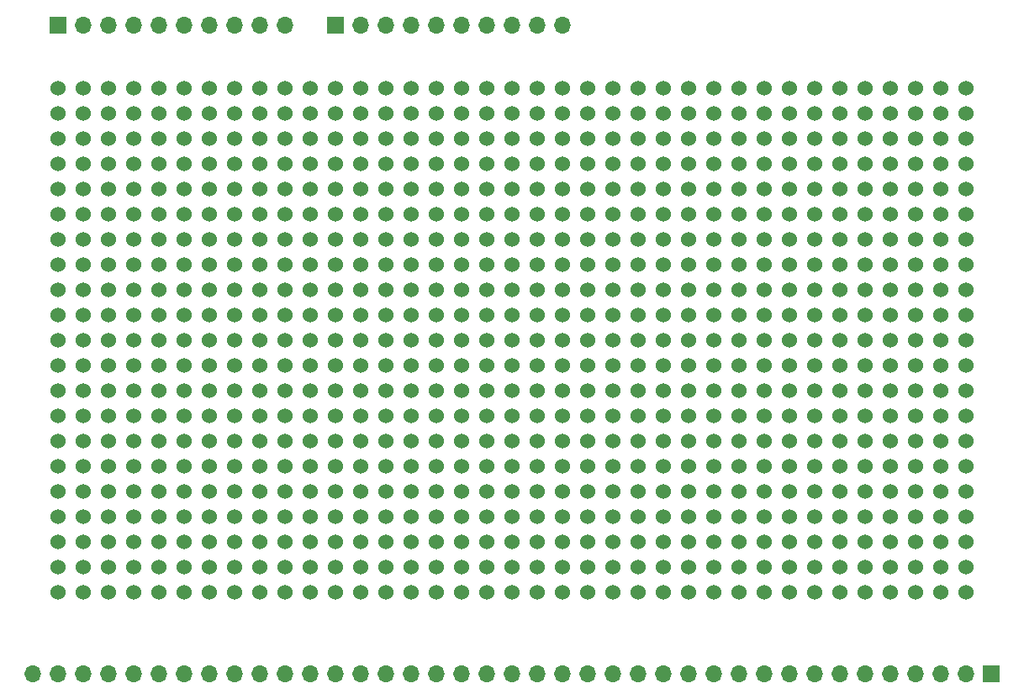
<source format=gtl>
G04 #@! TF.FileFunction,Copper,L1,Top,Signal*
%FSLAX46Y46*%
G04 Gerber Fmt 4.6, Leading zero omitted, Abs format (unit mm)*
G04 Created by KiCad (PCBNEW 4.0.7) date 12/31/19 01:04:41*
%MOMM*%
%LPD*%
G01*
G04 APERTURE LIST*
%ADD10C,0.100000*%
%ADD11R,1.700000X1.700000*%
%ADD12O,1.700000X1.700000*%
%ADD13C,1.524000*%
G04 APERTURE END LIST*
D10*
D11*
X104140000Y-80010000D03*
D12*
X106680000Y-80010000D03*
X109220000Y-80010000D03*
X111760000Y-80010000D03*
X114300000Y-80010000D03*
X116840000Y-80010000D03*
X119380000Y-80010000D03*
X121920000Y-80010000D03*
X124460000Y-80010000D03*
X127000000Y-80010000D03*
D11*
X132080000Y-80010000D03*
D12*
X134620000Y-80010000D03*
X137160000Y-80010000D03*
X139700000Y-80010000D03*
X142240000Y-80010000D03*
X144780000Y-80010000D03*
X147320000Y-80010000D03*
X149860000Y-80010000D03*
X152400000Y-80010000D03*
X154940000Y-80010000D03*
D11*
X198120000Y-145415000D03*
D12*
X195580000Y-145415000D03*
X193040000Y-145415000D03*
X190500000Y-145415000D03*
X187960000Y-145415000D03*
X185420000Y-145415000D03*
X182880000Y-145415000D03*
X180340000Y-145415000D03*
X177800000Y-145415000D03*
X175260000Y-145415000D03*
X172720000Y-145415000D03*
X170180000Y-145415000D03*
X167640000Y-145415000D03*
X165100000Y-145415000D03*
X162560000Y-145415000D03*
X160020000Y-145415000D03*
X157480000Y-145415000D03*
X154940000Y-145415000D03*
X152400000Y-145415000D03*
X149860000Y-145415000D03*
X147320000Y-145415000D03*
X144780000Y-145415000D03*
X142240000Y-145415000D03*
X139700000Y-145415000D03*
X137160000Y-145415000D03*
X134620000Y-145415000D03*
X132080000Y-145415000D03*
X129540000Y-145415000D03*
X127000000Y-145415000D03*
X124460000Y-145415000D03*
X121920000Y-145415000D03*
X119380000Y-145415000D03*
X116840000Y-145415000D03*
X114300000Y-145415000D03*
X111760000Y-145415000D03*
X109220000Y-145415000D03*
X106680000Y-145415000D03*
X104140000Y-145415000D03*
X101600000Y-145415000D03*
D13*
X106680000Y-137160000D03*
X106680000Y-134620000D03*
X106680000Y-132080000D03*
X106680000Y-129540000D03*
X106680000Y-127000000D03*
X106680000Y-124460000D03*
X106680000Y-121920000D03*
X106680000Y-119380000D03*
X106680000Y-116840000D03*
X106680000Y-114300000D03*
X106680000Y-111760000D03*
X106680000Y-109220000D03*
X106680000Y-106680000D03*
X106680000Y-104140000D03*
X106680000Y-101600000D03*
X106680000Y-99060000D03*
X106680000Y-96520000D03*
X106680000Y-93980000D03*
X106680000Y-91440000D03*
X106680000Y-88900000D03*
X106680000Y-86360000D03*
X104140000Y-137160000D03*
X104140000Y-134620000D03*
X104140000Y-132080000D03*
X104140000Y-129540000D03*
X104140000Y-127000000D03*
X104140000Y-124460000D03*
X104140000Y-121920000D03*
X104140000Y-119380000D03*
X104140000Y-116840000D03*
X104140000Y-114300000D03*
X104140000Y-111760000D03*
X104140000Y-109220000D03*
X104140000Y-106680000D03*
X104140000Y-104140000D03*
X104140000Y-101600000D03*
X104140000Y-99060000D03*
X104140000Y-96520000D03*
X104140000Y-93980000D03*
X104140000Y-91440000D03*
X104140000Y-88900000D03*
X104140000Y-86360000D03*
X109220000Y-137160000D03*
X109220000Y-134620000D03*
X109220000Y-132080000D03*
X109220000Y-129540000D03*
X109220000Y-127000000D03*
X109220000Y-124460000D03*
X109220000Y-121920000D03*
X109220000Y-119380000D03*
X109220000Y-116840000D03*
X109220000Y-114300000D03*
X109220000Y-111760000D03*
X109220000Y-109220000D03*
X109220000Y-106680000D03*
X109220000Y-104140000D03*
X109220000Y-101600000D03*
X109220000Y-99060000D03*
X109220000Y-96520000D03*
X109220000Y-93980000D03*
X109220000Y-91440000D03*
X109220000Y-88900000D03*
X109220000Y-86360000D03*
X111760000Y-137160000D03*
X111760000Y-134620000D03*
X111760000Y-132080000D03*
X111760000Y-129540000D03*
X111760000Y-127000000D03*
X111760000Y-124460000D03*
X111760000Y-121920000D03*
X111760000Y-119380000D03*
X111760000Y-116840000D03*
X111760000Y-114300000D03*
X111760000Y-111760000D03*
X111760000Y-109220000D03*
X111760000Y-106680000D03*
X111760000Y-104140000D03*
X111760000Y-101600000D03*
X111760000Y-99060000D03*
X111760000Y-96520000D03*
X111760000Y-93980000D03*
X111760000Y-91440000D03*
X111760000Y-88900000D03*
X111760000Y-86360000D03*
X114300000Y-137160000D03*
X114300000Y-134620000D03*
X114300000Y-132080000D03*
X114300000Y-129540000D03*
X114300000Y-127000000D03*
X114300000Y-124460000D03*
X114300000Y-121920000D03*
X114300000Y-119380000D03*
X114300000Y-116840000D03*
X114300000Y-114300000D03*
X114300000Y-111760000D03*
X114300000Y-109220000D03*
X114300000Y-106680000D03*
X114300000Y-104140000D03*
X114300000Y-101600000D03*
X114300000Y-99060000D03*
X114300000Y-96520000D03*
X114300000Y-93980000D03*
X114300000Y-91440000D03*
X114300000Y-88900000D03*
X114300000Y-86360000D03*
X116840000Y-137160000D03*
X116840000Y-134620000D03*
X116840000Y-132080000D03*
X116840000Y-129540000D03*
X116840000Y-127000000D03*
X116840000Y-124460000D03*
X116840000Y-121920000D03*
X116840000Y-119380000D03*
X116840000Y-116840000D03*
X116840000Y-114300000D03*
X116840000Y-111760000D03*
X116840000Y-109220000D03*
X116840000Y-106680000D03*
X116840000Y-104140000D03*
X116840000Y-101600000D03*
X116840000Y-99060000D03*
X116840000Y-96520000D03*
X116840000Y-93980000D03*
X116840000Y-91440000D03*
X116840000Y-88900000D03*
X116840000Y-86360000D03*
X119380000Y-137160000D03*
X119380000Y-134620000D03*
X119380000Y-132080000D03*
X119380000Y-129540000D03*
X119380000Y-127000000D03*
X119380000Y-124460000D03*
X119380000Y-121920000D03*
X119380000Y-119380000D03*
X119380000Y-116840000D03*
X119380000Y-114300000D03*
X119380000Y-111760000D03*
X119380000Y-109220000D03*
X119380000Y-106680000D03*
X119380000Y-104140000D03*
X119380000Y-101600000D03*
X119380000Y-99060000D03*
X119380000Y-96520000D03*
X119380000Y-93980000D03*
X119380000Y-91440000D03*
X119380000Y-88900000D03*
X119380000Y-86360000D03*
X121920000Y-137160000D03*
X121920000Y-134620000D03*
X121920000Y-132080000D03*
X121920000Y-129540000D03*
X121920000Y-127000000D03*
X121920000Y-124460000D03*
X121920000Y-121920000D03*
X121920000Y-119380000D03*
X121920000Y-116840000D03*
X121920000Y-114300000D03*
X121920000Y-111760000D03*
X121920000Y-109220000D03*
X121920000Y-106680000D03*
X121920000Y-104140000D03*
X121920000Y-101600000D03*
X121920000Y-99060000D03*
X121920000Y-96520000D03*
X121920000Y-93980000D03*
X121920000Y-91440000D03*
X121920000Y-88900000D03*
X121920000Y-86360000D03*
X124460000Y-137160000D03*
X124460000Y-134620000D03*
X124460000Y-132080000D03*
X124460000Y-129540000D03*
X124460000Y-127000000D03*
X124460000Y-124460000D03*
X124460000Y-121920000D03*
X124460000Y-119380000D03*
X124460000Y-116840000D03*
X124460000Y-114300000D03*
X124460000Y-111760000D03*
X124460000Y-109220000D03*
X124460000Y-106680000D03*
X124460000Y-104140000D03*
X124460000Y-101600000D03*
X124460000Y-99060000D03*
X124460000Y-96520000D03*
X124460000Y-93980000D03*
X124460000Y-91440000D03*
X124460000Y-88900000D03*
X124460000Y-86360000D03*
X127000000Y-137160000D03*
X127000000Y-134620000D03*
X127000000Y-132080000D03*
X127000000Y-129540000D03*
X127000000Y-127000000D03*
X127000000Y-124460000D03*
X127000000Y-121920000D03*
X127000000Y-119380000D03*
X127000000Y-116840000D03*
X127000000Y-114300000D03*
X127000000Y-111760000D03*
X127000000Y-109220000D03*
X127000000Y-106680000D03*
X127000000Y-104140000D03*
X127000000Y-101600000D03*
X127000000Y-99060000D03*
X127000000Y-96520000D03*
X127000000Y-93980000D03*
X127000000Y-91440000D03*
X127000000Y-88900000D03*
X127000000Y-86360000D03*
X129540000Y-137160000D03*
X129540000Y-134620000D03*
X129540000Y-132080000D03*
X129540000Y-129540000D03*
X129540000Y-127000000D03*
X129540000Y-124460000D03*
X129540000Y-121920000D03*
X129540000Y-119380000D03*
X129540000Y-116840000D03*
X129540000Y-114300000D03*
X129540000Y-111760000D03*
X129540000Y-109220000D03*
X129540000Y-106680000D03*
X129540000Y-104140000D03*
X129540000Y-101600000D03*
X129540000Y-99060000D03*
X129540000Y-96520000D03*
X129540000Y-93980000D03*
X129540000Y-91440000D03*
X129540000Y-88900000D03*
X129540000Y-86360000D03*
X132080000Y-137160000D03*
X132080000Y-134620000D03*
X132080000Y-132080000D03*
X132080000Y-129540000D03*
X132080000Y-127000000D03*
X132080000Y-124460000D03*
X132080000Y-121920000D03*
X132080000Y-119380000D03*
X132080000Y-116840000D03*
X132080000Y-114300000D03*
X132080000Y-111760000D03*
X132080000Y-109220000D03*
X132080000Y-106680000D03*
X132080000Y-104140000D03*
X132080000Y-101600000D03*
X132080000Y-99060000D03*
X132080000Y-96520000D03*
X132080000Y-93980000D03*
X132080000Y-91440000D03*
X132080000Y-88900000D03*
X132080000Y-86360000D03*
X134620000Y-137160000D03*
X134620000Y-134620000D03*
X134620000Y-132080000D03*
X134620000Y-129540000D03*
X134620000Y-127000000D03*
X134620000Y-124460000D03*
X134620000Y-121920000D03*
X134620000Y-119380000D03*
X134620000Y-116840000D03*
X134620000Y-114300000D03*
X134620000Y-111760000D03*
X134620000Y-109220000D03*
X134620000Y-106680000D03*
X134620000Y-104140000D03*
X134620000Y-101600000D03*
X134620000Y-99060000D03*
X134620000Y-96520000D03*
X134620000Y-93980000D03*
X134620000Y-91440000D03*
X134620000Y-88900000D03*
X134620000Y-86360000D03*
X137160000Y-137160000D03*
X137160000Y-134620000D03*
X137160000Y-132080000D03*
X137160000Y-129540000D03*
X137160000Y-127000000D03*
X137160000Y-124460000D03*
X137160000Y-121920000D03*
X137160000Y-119380000D03*
X137160000Y-116840000D03*
X137160000Y-114300000D03*
X137160000Y-111760000D03*
X137160000Y-109220000D03*
X137160000Y-106680000D03*
X137160000Y-104140000D03*
X137160000Y-101600000D03*
X137160000Y-99060000D03*
X137160000Y-96520000D03*
X137160000Y-93980000D03*
X137160000Y-91440000D03*
X137160000Y-88900000D03*
X137160000Y-86360000D03*
X139700000Y-137160000D03*
X139700000Y-134620000D03*
X139700000Y-132080000D03*
X139700000Y-129540000D03*
X139700000Y-127000000D03*
X139700000Y-124460000D03*
X139700000Y-121920000D03*
X139700000Y-119380000D03*
X139700000Y-116840000D03*
X139700000Y-114300000D03*
X139700000Y-111760000D03*
X139700000Y-109220000D03*
X139700000Y-106680000D03*
X139700000Y-104140000D03*
X139700000Y-101600000D03*
X139700000Y-99060000D03*
X139700000Y-96520000D03*
X139700000Y-93980000D03*
X139700000Y-91440000D03*
X139700000Y-88900000D03*
X139700000Y-86360000D03*
X142240000Y-137160000D03*
X142240000Y-134620000D03*
X142240000Y-132080000D03*
X142240000Y-129540000D03*
X142240000Y-127000000D03*
X142240000Y-124460000D03*
X142240000Y-121920000D03*
X142240000Y-119380000D03*
X142240000Y-116840000D03*
X142240000Y-114300000D03*
X142240000Y-111760000D03*
X142240000Y-109220000D03*
X142240000Y-106680000D03*
X142240000Y-104140000D03*
X142240000Y-101600000D03*
X142240000Y-99060000D03*
X142240000Y-96520000D03*
X142240000Y-93980000D03*
X142240000Y-91440000D03*
X142240000Y-88900000D03*
X142240000Y-86360000D03*
X144780000Y-137160000D03*
X144780000Y-134620000D03*
X144780000Y-132080000D03*
X144780000Y-129540000D03*
X144780000Y-127000000D03*
X144780000Y-124460000D03*
X144780000Y-121920000D03*
X144780000Y-119380000D03*
X144780000Y-116840000D03*
X144780000Y-114300000D03*
X144780000Y-111760000D03*
X144780000Y-109220000D03*
X144780000Y-106680000D03*
X144780000Y-104140000D03*
X144780000Y-101600000D03*
X144780000Y-99060000D03*
X144780000Y-96520000D03*
X144780000Y-93980000D03*
X144780000Y-91440000D03*
X144780000Y-88900000D03*
X144780000Y-86360000D03*
X147320000Y-137160000D03*
X147320000Y-134620000D03*
X147320000Y-132080000D03*
X147320000Y-129540000D03*
X147320000Y-127000000D03*
X147320000Y-124460000D03*
X147320000Y-121920000D03*
X147320000Y-119380000D03*
X147320000Y-116840000D03*
X147320000Y-114300000D03*
X147320000Y-111760000D03*
X147320000Y-109220000D03*
X147320000Y-106680000D03*
X147320000Y-104140000D03*
X147320000Y-101600000D03*
X147320000Y-99060000D03*
X147320000Y-96520000D03*
X147320000Y-93980000D03*
X147320000Y-91440000D03*
X147320000Y-88900000D03*
X147320000Y-86360000D03*
X149860000Y-137160000D03*
X149860000Y-134620000D03*
X149860000Y-132080000D03*
X149860000Y-129540000D03*
X149860000Y-127000000D03*
X149860000Y-124460000D03*
X149860000Y-121920000D03*
X149860000Y-119380000D03*
X149860000Y-116840000D03*
X149860000Y-114300000D03*
X149860000Y-111760000D03*
X149860000Y-109220000D03*
X149860000Y-106680000D03*
X149860000Y-104140000D03*
X149860000Y-101600000D03*
X149860000Y-99060000D03*
X149860000Y-96520000D03*
X149860000Y-93980000D03*
X149860000Y-91440000D03*
X149860000Y-88900000D03*
X149860000Y-86360000D03*
X152400000Y-137160000D03*
X152400000Y-134620000D03*
X152400000Y-132080000D03*
X152400000Y-129540000D03*
X152400000Y-127000000D03*
X152400000Y-124460000D03*
X152400000Y-121920000D03*
X152400000Y-119380000D03*
X152400000Y-116840000D03*
X152400000Y-114300000D03*
X152400000Y-111760000D03*
X152400000Y-109220000D03*
X152400000Y-106680000D03*
X152400000Y-104140000D03*
X152400000Y-101600000D03*
X152400000Y-99060000D03*
X152400000Y-96520000D03*
X152400000Y-93980000D03*
X152400000Y-91440000D03*
X152400000Y-88900000D03*
X152400000Y-86360000D03*
X154940000Y-137160000D03*
X154940000Y-134620000D03*
X154940000Y-132080000D03*
X154940000Y-129540000D03*
X154940000Y-127000000D03*
X154940000Y-124460000D03*
X154940000Y-121920000D03*
X154940000Y-119380000D03*
X154940000Y-116840000D03*
X154940000Y-114300000D03*
X154940000Y-111760000D03*
X154940000Y-109220000D03*
X154940000Y-106680000D03*
X154940000Y-104140000D03*
X154940000Y-101600000D03*
X154940000Y-99060000D03*
X154940000Y-96520000D03*
X154940000Y-93980000D03*
X154940000Y-91440000D03*
X154940000Y-88900000D03*
X154940000Y-86360000D03*
X157480000Y-137160000D03*
X157480000Y-134620000D03*
X157480000Y-132080000D03*
X157480000Y-129540000D03*
X157480000Y-127000000D03*
X157480000Y-124460000D03*
X157480000Y-121920000D03*
X157480000Y-119380000D03*
X157480000Y-116840000D03*
X157480000Y-114300000D03*
X157480000Y-111760000D03*
X157480000Y-109220000D03*
X157480000Y-106680000D03*
X157480000Y-104140000D03*
X157480000Y-101600000D03*
X157480000Y-99060000D03*
X157480000Y-96520000D03*
X157480000Y-93980000D03*
X157480000Y-91440000D03*
X157480000Y-88900000D03*
X157480000Y-86360000D03*
X160020000Y-137160000D03*
X160020000Y-134620000D03*
X160020000Y-132080000D03*
X160020000Y-129540000D03*
X160020000Y-127000000D03*
X160020000Y-124460000D03*
X160020000Y-121920000D03*
X160020000Y-119380000D03*
X160020000Y-116840000D03*
X160020000Y-114300000D03*
X160020000Y-111760000D03*
X160020000Y-109220000D03*
X160020000Y-106680000D03*
X160020000Y-104140000D03*
X160020000Y-101600000D03*
X160020000Y-99060000D03*
X160020000Y-96520000D03*
X160020000Y-93980000D03*
X160020000Y-91440000D03*
X160020000Y-88900000D03*
X160020000Y-86360000D03*
X162560000Y-137160000D03*
X162560000Y-134620000D03*
X162560000Y-132080000D03*
X162560000Y-129540000D03*
X162560000Y-127000000D03*
X162560000Y-124460000D03*
X162560000Y-121920000D03*
X162560000Y-119380000D03*
X162560000Y-116840000D03*
X162560000Y-114300000D03*
X162560000Y-111760000D03*
X162560000Y-109220000D03*
X162560000Y-106680000D03*
X162560000Y-104140000D03*
X162560000Y-101600000D03*
X162560000Y-99060000D03*
X162560000Y-96520000D03*
X162560000Y-93980000D03*
X162560000Y-91440000D03*
X162560000Y-88900000D03*
X162560000Y-86360000D03*
X165100000Y-137160000D03*
X165100000Y-134620000D03*
X165100000Y-132080000D03*
X165100000Y-129540000D03*
X165100000Y-127000000D03*
X165100000Y-124460000D03*
X165100000Y-121920000D03*
X165100000Y-119380000D03*
X165100000Y-116840000D03*
X165100000Y-114300000D03*
X165100000Y-111760000D03*
X165100000Y-109220000D03*
X165100000Y-106680000D03*
X165100000Y-104140000D03*
X165100000Y-101600000D03*
X165100000Y-99060000D03*
X165100000Y-96520000D03*
X165100000Y-93980000D03*
X165100000Y-91440000D03*
X165100000Y-88900000D03*
X165100000Y-86360000D03*
X167640000Y-137160000D03*
X167640000Y-134620000D03*
X167640000Y-132080000D03*
X167640000Y-129540000D03*
X167640000Y-127000000D03*
X167640000Y-124460000D03*
X167640000Y-121920000D03*
X167640000Y-119380000D03*
X167640000Y-116840000D03*
X167640000Y-114300000D03*
X167640000Y-111760000D03*
X167640000Y-109220000D03*
X167640000Y-106680000D03*
X167640000Y-104140000D03*
X167640000Y-101600000D03*
X167640000Y-99060000D03*
X167640000Y-96520000D03*
X167640000Y-93980000D03*
X167640000Y-91440000D03*
X167640000Y-88900000D03*
X167640000Y-86360000D03*
X170180000Y-137160000D03*
X170180000Y-134620000D03*
X170180000Y-132080000D03*
X170180000Y-129540000D03*
X170180000Y-127000000D03*
X170180000Y-124460000D03*
X170180000Y-121920000D03*
X170180000Y-119380000D03*
X170180000Y-116840000D03*
X170180000Y-114300000D03*
X170180000Y-111760000D03*
X170180000Y-109220000D03*
X170180000Y-106680000D03*
X170180000Y-104140000D03*
X170180000Y-101600000D03*
X170180000Y-99060000D03*
X170180000Y-96520000D03*
X170180000Y-93980000D03*
X170180000Y-91440000D03*
X170180000Y-88900000D03*
X170180000Y-86360000D03*
X172720000Y-137160000D03*
X172720000Y-134620000D03*
X172720000Y-132080000D03*
X172720000Y-129540000D03*
X172720000Y-127000000D03*
X172720000Y-124460000D03*
X172720000Y-121920000D03*
X172720000Y-119380000D03*
X172720000Y-116840000D03*
X172720000Y-114300000D03*
X172720000Y-111760000D03*
X172720000Y-109220000D03*
X172720000Y-106680000D03*
X172720000Y-104140000D03*
X172720000Y-101600000D03*
X172720000Y-99060000D03*
X172720000Y-96520000D03*
X172720000Y-93980000D03*
X172720000Y-91440000D03*
X172720000Y-88900000D03*
X172720000Y-86360000D03*
X175260000Y-137160000D03*
X175260000Y-134620000D03*
X175260000Y-132080000D03*
X175260000Y-129540000D03*
X175260000Y-127000000D03*
X175260000Y-124460000D03*
X175260000Y-121920000D03*
X175260000Y-119380000D03*
X175260000Y-116840000D03*
X175260000Y-114300000D03*
X175260000Y-111760000D03*
X175260000Y-109220000D03*
X175260000Y-106680000D03*
X175260000Y-104140000D03*
X175260000Y-101600000D03*
X175260000Y-99060000D03*
X175260000Y-96520000D03*
X175260000Y-93980000D03*
X175260000Y-91440000D03*
X175260000Y-88900000D03*
X175260000Y-86360000D03*
X177800000Y-137160000D03*
X177800000Y-134620000D03*
X177800000Y-132080000D03*
X177800000Y-129540000D03*
X177800000Y-127000000D03*
X177800000Y-124460000D03*
X177800000Y-121920000D03*
X177800000Y-119380000D03*
X177800000Y-116840000D03*
X177800000Y-114300000D03*
X177800000Y-111760000D03*
X177800000Y-109220000D03*
X177800000Y-106680000D03*
X177800000Y-104140000D03*
X177800000Y-101600000D03*
X177800000Y-99060000D03*
X177800000Y-96520000D03*
X177800000Y-93980000D03*
X177800000Y-91440000D03*
X177800000Y-88900000D03*
X177800000Y-86360000D03*
X180340000Y-137160000D03*
X180340000Y-134620000D03*
X180340000Y-132080000D03*
X180340000Y-129540000D03*
X180340000Y-127000000D03*
X180340000Y-124460000D03*
X180340000Y-121920000D03*
X180340000Y-119380000D03*
X180340000Y-116840000D03*
X180340000Y-114300000D03*
X180340000Y-111760000D03*
X180340000Y-109220000D03*
X180340000Y-106680000D03*
X180340000Y-104140000D03*
X180340000Y-101600000D03*
X180340000Y-99060000D03*
X180340000Y-96520000D03*
X180340000Y-93980000D03*
X180340000Y-91440000D03*
X180340000Y-88900000D03*
X180340000Y-86360000D03*
X182880000Y-137160000D03*
X182880000Y-134620000D03*
X182880000Y-132080000D03*
X182880000Y-129540000D03*
X182880000Y-127000000D03*
X182880000Y-124460000D03*
X182880000Y-121920000D03*
X182880000Y-119380000D03*
X182880000Y-116840000D03*
X182880000Y-114300000D03*
X182880000Y-111760000D03*
X182880000Y-109220000D03*
X182880000Y-106680000D03*
X182880000Y-104140000D03*
X182880000Y-101600000D03*
X182880000Y-99060000D03*
X182880000Y-96520000D03*
X182880000Y-93980000D03*
X182880000Y-91440000D03*
X182880000Y-88900000D03*
X182880000Y-86360000D03*
X185420000Y-137160000D03*
X185420000Y-134620000D03*
X185420000Y-132080000D03*
X185420000Y-129540000D03*
X185420000Y-127000000D03*
X185420000Y-124460000D03*
X185420000Y-121920000D03*
X185420000Y-119380000D03*
X185420000Y-116840000D03*
X185420000Y-114300000D03*
X185420000Y-111760000D03*
X185420000Y-109220000D03*
X185420000Y-106680000D03*
X185420000Y-104140000D03*
X185420000Y-101600000D03*
X185420000Y-99060000D03*
X185420000Y-96520000D03*
X185420000Y-93980000D03*
X185420000Y-91440000D03*
X185420000Y-88900000D03*
X185420000Y-86360000D03*
X187960000Y-137160000D03*
X187960000Y-134620000D03*
X187960000Y-132080000D03*
X187960000Y-129540000D03*
X187960000Y-127000000D03*
X187960000Y-124460000D03*
X187960000Y-121920000D03*
X187960000Y-119380000D03*
X187960000Y-116840000D03*
X187960000Y-114300000D03*
X187960000Y-111760000D03*
X187960000Y-109220000D03*
X187960000Y-106680000D03*
X187960000Y-104140000D03*
X187960000Y-101600000D03*
X187960000Y-99060000D03*
X187960000Y-96520000D03*
X187960000Y-93980000D03*
X187960000Y-91440000D03*
X187960000Y-88900000D03*
X187960000Y-86360000D03*
X190500000Y-137160000D03*
X190500000Y-134620000D03*
X190500000Y-132080000D03*
X190500000Y-129540000D03*
X190500000Y-127000000D03*
X190500000Y-124460000D03*
X190500000Y-121920000D03*
X190500000Y-119380000D03*
X190500000Y-116840000D03*
X190500000Y-114300000D03*
X190500000Y-111760000D03*
X190500000Y-109220000D03*
X190500000Y-106680000D03*
X190500000Y-104140000D03*
X190500000Y-101600000D03*
X190500000Y-99060000D03*
X190500000Y-96520000D03*
X190500000Y-93980000D03*
X190500000Y-91440000D03*
X190500000Y-88900000D03*
X190500000Y-86360000D03*
X193040000Y-137160000D03*
X193040000Y-134620000D03*
X193040000Y-132080000D03*
X193040000Y-129540000D03*
X193040000Y-127000000D03*
X193040000Y-124460000D03*
X193040000Y-121920000D03*
X193040000Y-119380000D03*
X193040000Y-116840000D03*
X193040000Y-114300000D03*
X193040000Y-111760000D03*
X193040000Y-109220000D03*
X193040000Y-106680000D03*
X193040000Y-104140000D03*
X193040000Y-101600000D03*
X193040000Y-99060000D03*
X193040000Y-96520000D03*
X193040000Y-93980000D03*
X193040000Y-91440000D03*
X193040000Y-88900000D03*
X193040000Y-86360000D03*
X195580000Y-137160000D03*
X195580000Y-134620000D03*
X195580000Y-132080000D03*
X195580000Y-129540000D03*
X195580000Y-127000000D03*
X195580000Y-124460000D03*
X195580000Y-121920000D03*
X195580000Y-119380000D03*
X195580000Y-116840000D03*
X195580000Y-114300000D03*
X195580000Y-111760000D03*
X195580000Y-109220000D03*
X195580000Y-106680000D03*
X195580000Y-104140000D03*
X195580000Y-101600000D03*
X195580000Y-99060000D03*
X195580000Y-96520000D03*
X195580000Y-93980000D03*
X195580000Y-91440000D03*
X195580000Y-88900000D03*
X195580000Y-86360000D03*
M02*

</source>
